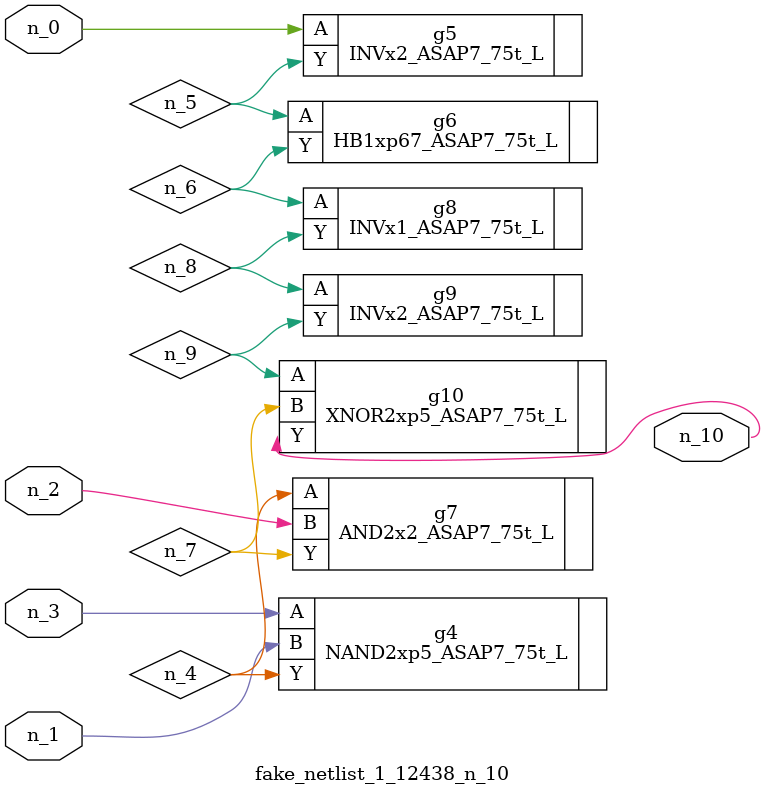
<source format=v>
module fake_netlist_1_12438_n_10 (n_3, n_1, n_2, n_0, n_10);
input n_3;
input n_1;
input n_2;
input n_0;
output n_10;
wire n_6;
wire n_4;
wire n_9;
wire n_5;
wire n_8;
wire n_7;
NAND2xp5_ASAP7_75t_L g4 ( .A(n_3), .B(n_1), .Y(n_4) );
INVx2_ASAP7_75t_L g5 ( .A(n_0), .Y(n_5) );
HB1xp67_ASAP7_75t_L g6 ( .A(n_5), .Y(n_6) );
AND2x2_ASAP7_75t_L g7 ( .A(n_4), .B(n_2), .Y(n_7) );
INVx1_ASAP7_75t_L g8 ( .A(n_6), .Y(n_8) );
INVx2_ASAP7_75t_L g9 ( .A(n_8), .Y(n_9) );
XNOR2xp5_ASAP7_75t_L g10 ( .A(n_9), .B(n_7), .Y(n_10) );
endmodule
</source>
